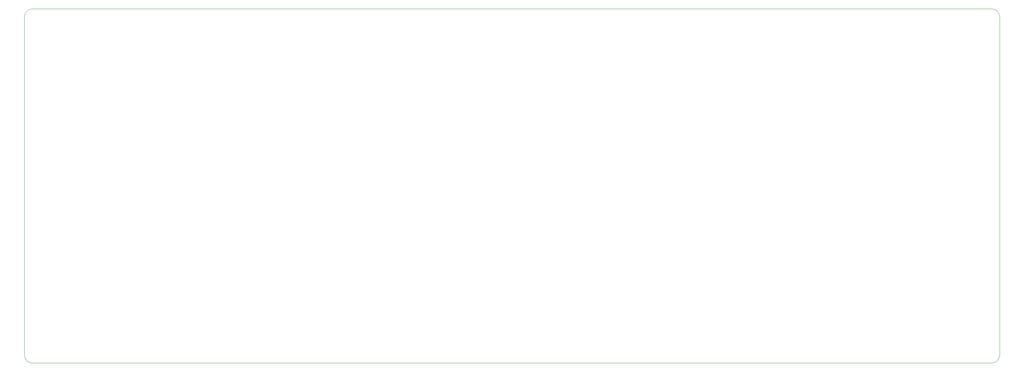
<source format=gbr>
%TF.GenerationSoftware,KiCad,Pcbnew,9.99.0-5522-g400384cf72*%
%TF.CreationDate,2026-02-12T00:01:38-08:00*%
%TF.ProjectId,amb-kb,616d622d-6b62-42e6-9b69-6361645f7063,rev?*%
%TF.SameCoordinates,Original*%
%TF.FileFunction,Profile,NP*%
%FSLAX46Y46*%
G04 Gerber Fmt 4.6, Leading zero omitted, Abs format (unit mm)*
G04 Created by KiCad (PCBNEW 9.99.0-5522-g400384cf72) date 2026-02-12 00:01:38*
%MOMM*%
%LPD*%
G01*
G04 APERTURE LIST*
%TA.AperFunction,Profile*%
%ADD10C,0.050000*%
%TD*%
G04 APERTURE END LIST*
D10*
X22173584Y-54147600D02*
X22173584Y-54147600D01*
G75*
G02*
X24173584Y-52147600I2000016J0D01*
G01*
X274554500Y-52147600D01*
G75*
G02*
X276554500Y-54147600I0J-2000000D01*
G01*
X276554500Y-142603408D01*
G75*
G02*
X274554500Y-144603408I-2000000J8D01*
G01*
X24173584Y-144603408D01*
G75*
G02*
X22173584Y-142603408I16J2000008D01*
G01*
X22173584Y-54147600D01*
M02*

</source>
